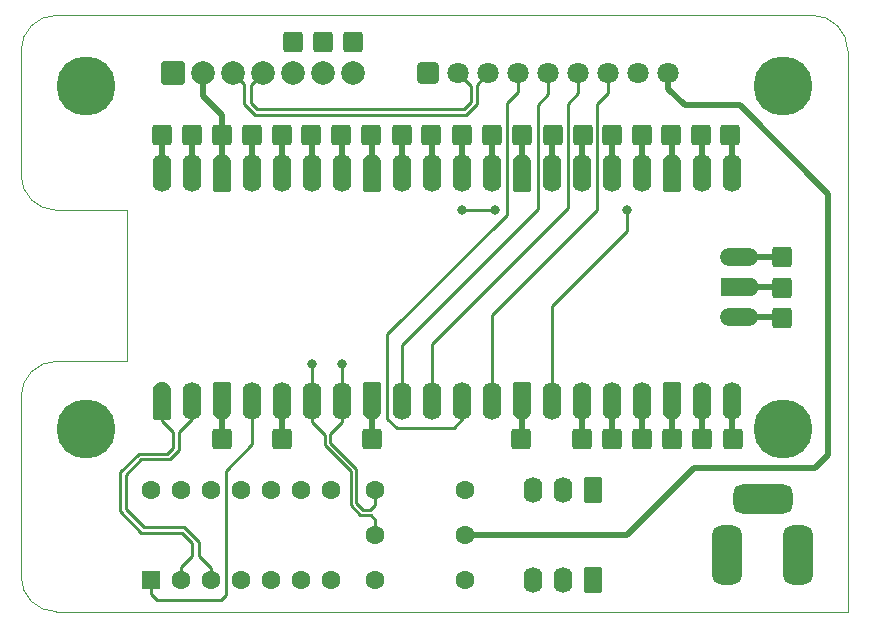
<source format=gbr>
%TF.GenerationSoftware,KiCad,Pcbnew,9.0.3-9.0.3-0~ubuntu24.04.1*%
%TF.CreationDate,2026-01-17T20:15:45+05:30*%
%TF.ProjectId,orbigator,6f726269-6761-4746-9f72-2e6b69636164,rev?*%
%TF.SameCoordinates,Original*%
%TF.FileFunction,Copper,L1,Top*%
%TF.FilePolarity,Positive*%
%FSLAX46Y46*%
G04 Gerber Fmt 4.6, Leading zero omitted, Abs format (unit mm)*
G04 Created by KiCad (PCBNEW 9.0.3-9.0.3-0~ubuntu24.04.1) date 2026-01-17 20:15:45*
%MOMM*%
%LPD*%
G01*
G04 APERTURE LIST*
G04 Aperture macros list*
%AMRoundRect*
0 Rectangle with rounded corners*
0 $1 Rounding radius*
0 $2 $3 $4 $5 $6 $7 $8 $9 X,Y pos of 4 corners*
0 Add a 4 corners polygon primitive as box body*
4,1,4,$2,$3,$4,$5,$6,$7,$8,$9,$2,$3,0*
0 Add four circle primitives for the rounded corners*
1,1,$1+$1,$2,$3*
1,1,$1+$1,$4,$5*
1,1,$1+$1,$6,$7*
1,1,$1+$1,$8,$9*
0 Add four rect primitives between the rounded corners*
20,1,$1+$1,$2,$3,$4,$5,0*
20,1,$1+$1,$4,$5,$6,$7,0*
20,1,$1+$1,$6,$7,$8,$9,0*
20,1,$1+$1,$8,$9,$2,$3,0*%
%AMFreePoly0*
4,1,37,0.800000,0.796148,0.878414,0.796148,1.032228,0.765552,1.177117,0.705537,1.307515,0.618408,1.418408,0.507515,1.505537,0.377117,1.565552,0.232228,1.596148,0.078414,1.596148,-0.078414,1.565552,-0.232228,1.505537,-0.377117,1.418408,-0.507515,1.307515,-0.618408,1.177117,-0.705537,1.032228,-0.765552,0.878414,-0.796148,0.800000,-0.796148,0.800000,-0.800000,-1.400000,-0.800000,
-1.403843,-0.796157,-1.439018,-0.796157,-1.511114,-0.766294,-1.566294,-0.711114,-1.596157,-0.639018,-1.596157,-0.603843,-1.600000,-0.600000,-1.600000,0.600000,-1.596157,0.603843,-1.596157,0.639018,-1.566294,0.711114,-1.511114,0.766294,-1.439018,0.796157,-1.403843,0.796157,-1.400000,0.800000,0.800000,0.800000,0.800000,0.796148,0.800000,0.796148,$1*%
%AMFreePoly1*
4,1,37,1.403843,0.796157,1.439018,0.796157,1.511114,0.766294,1.566294,0.711114,1.596157,0.639018,1.596157,0.603843,1.600000,0.600000,1.600000,-0.600000,1.596157,-0.603843,1.596157,-0.639018,1.566294,-0.711114,1.511114,-0.766294,1.439018,-0.796157,1.403843,-0.796157,1.400000,-0.800000,-0.800000,-0.800000,-0.800000,-0.796148,-0.878414,-0.796148,-1.032228,-0.765552,-1.177117,-0.705537,
-1.307515,-0.618408,-1.418408,-0.507515,-1.505537,-0.377117,-1.565552,-0.232228,-1.596148,-0.078414,-1.596148,0.078414,-1.565552,0.232228,-1.505537,0.377117,-1.418408,0.507515,-1.307515,0.618408,-1.177117,0.705537,-1.032228,0.765552,-0.878414,0.796148,-0.800000,0.796148,-0.800000,0.800000,1.400000,0.800000,1.403843,0.796157,1.403843,0.796157,$1*%
%AMFreePoly2*
4,1,37,1.600000,0.796148,1.678414,0.796148,1.832228,0.765552,1.977117,0.705537,2.107515,0.618408,2.218408,0.507515,2.305537,0.377117,2.365552,0.232228,2.396148,0.078414,2.396148,-0.078414,2.365552,-0.232228,2.305537,-0.377117,2.218408,-0.507515,2.107515,-0.618408,1.977117,-0.705537,1.832228,-0.765552,1.678414,-0.796148,1.600000,-0.796148,1.600000,-0.800000,-0.600000,-0.800000,
-0.603843,-0.796157,-0.639018,-0.796157,-0.711114,-0.766294,-0.766294,-0.711114,-0.796157,-0.639018,-0.796157,-0.603843,-0.800000,-0.600000,-0.800000,0.600000,-0.796157,0.603843,-0.796157,0.639018,-0.766294,0.711114,-0.711114,0.766294,-0.639018,0.796157,-0.603843,0.796157,-0.600000,0.800000,1.600000,0.800000,1.600000,0.796148,1.600000,0.796148,$1*%
G04 Aperture macros list end*
%TA.AperFunction,ComponentPad*%
%ADD10RoundRect,0.250000X-0.750000X0.750000X-0.750000X-0.750000X0.750000X-0.750000X0.750000X0.750000X0*%
%TD*%
%TA.AperFunction,ComponentPad*%
%ADD11C,2.000000*%
%TD*%
%TA.AperFunction,ComponentPad*%
%ADD12RoundRect,0.250000X-0.600000X-0.600000X0.600000X-0.600000X0.600000X0.600000X-0.600000X0.600000X0*%
%TD*%
%TA.AperFunction,ComponentPad*%
%ADD13RoundRect,0.250000X0.550000X-0.550000X0.550000X0.550000X-0.550000X0.550000X-0.550000X-0.550000X0*%
%TD*%
%TA.AperFunction,ComponentPad*%
%ADD14C,1.600000*%
%TD*%
%TA.AperFunction,ComponentPad*%
%ADD15RoundRect,0.250000X0.600000X0.600000X-0.600000X0.600000X-0.600000X-0.600000X0.600000X-0.600000X0*%
%TD*%
%TA.AperFunction,ComponentPad*%
%ADD16RoundRect,0.235294X0.564706X0.864706X-0.564706X0.864706X-0.564706X-0.864706X0.564706X-0.864706X0*%
%TD*%
%TA.AperFunction,ComponentPad*%
%ADD17O,1.600000X2.200000*%
%TD*%
%TA.AperFunction,ComponentPad*%
%ADD18RoundRect,0.750000X0.500000X1.750000X-0.500000X1.750000X-0.500000X-1.750000X0.500000X-1.750000X0*%
%TD*%
%TA.AperFunction,ComponentPad*%
%ADD19RoundRect,0.750000X1.750000X0.500000X-1.750000X0.500000X-1.750000X-0.500000X1.750000X-0.500000X0*%
%TD*%
%TA.AperFunction,SMDPad,CuDef*%
%ADD20FreePoly0,90.000000*%
%TD*%
%TA.AperFunction,SMDPad,CuDef*%
%ADD21RoundRect,0.800000X0.000010X-0.800000X0.000010X0.800000X-0.000010X0.800000X-0.000010X-0.800000X0*%
%TD*%
%TA.AperFunction,SMDPad,CuDef*%
%ADD22FreePoly1,90.000000*%
%TD*%
%TA.AperFunction,SMDPad,CuDef*%
%ADD23RoundRect,0.800000X0.800000X0.000010X-0.800000X0.000010X-0.800000X-0.000010X0.800000X-0.000010X0*%
%TD*%
%TA.AperFunction,SMDPad,CuDef*%
%ADD24FreePoly2,0.000000*%
%TD*%
%TA.AperFunction,ComponentPad*%
%ADD25C,5.000000*%
%TD*%
%TA.AperFunction,ComponentPad*%
%ADD26RoundRect,0.250000X0.650000X0.650000X-0.650000X0.650000X-0.650000X-0.650000X0.650000X-0.650000X0*%
%TD*%
%TA.AperFunction,ComponentPad*%
%ADD27C,1.800000*%
%TD*%
%TA.AperFunction,ViaPad*%
%ADD28C,0.800000*%
%TD*%
%TA.AperFunction,Conductor*%
%ADD29C,0.250000*%
%TD*%
%TA.AperFunction,Conductor*%
%ADD30C,0.500000*%
%TD*%
%TA.AperFunction,Profile*%
%ADD31C,0.050000*%
%TD*%
G04 APERTURE END LIST*
D10*
%TO.P,RTC1,1,Pin_1*%
%TO.N,/3V3*%
X77880000Y-84400000D03*
D11*
%TO.P,RTC1,2,Pin_2*%
%TO.N,/GND*%
X80420000Y-84400000D03*
%TO.P,RTC1,3,Pin_3*%
%TO.N,/SCL*%
X82960000Y-84400000D03*
%TO.P,RTC1,4,Pin_4*%
%TO.N,/SDA*%
X85500000Y-84400000D03*
%TO.P,RTC1,5,Pin_5*%
%TO.N,/INT*%
X88040000Y-84400000D03*
%TO.P,RTC1,6,Pin_6*%
%TO.N,/RST*%
X90580000Y-84400000D03*
%TO.P,RTC1,7,Pin_7*%
%TO.N,/32k*%
X93120000Y-84400000D03*
%TD*%
D12*
%TO.P,J5,1,Pin_1*%
%TO.N,Net-(J5-Pin_1)*%
X112555000Y-89600000D03*
%TD*%
D13*
%TO.P,U2,1*%
%TO.N,/DIR*%
X75990000Y-127315000D03*
D14*
%TO.P,U2,2*%
%TO.N,/UART_TX*%
X78530000Y-127315000D03*
%TO.P,U2,3*%
%TO.N,/MOT_DAT*%
X81069999Y-127315000D03*
%TO.P,U2,4*%
%TO.N,/GND*%
X83610000Y-127315000D03*
%TO.P,U2,5*%
X86150000Y-127315000D03*
%TO.P,U2,6*%
%TO.N,unconnected-(U2-Pad6)*%
X88690000Y-127315000D03*
%TO.P,U2,7,GND*%
%TO.N,/GND*%
X91230000Y-127315000D03*
%TO.P,U2,8*%
%TO.N,unconnected-(U2-Pad8)*%
X91230000Y-119695000D03*
%TO.P,U2,9*%
%TO.N,/GND*%
X88690000Y-119695000D03*
%TO.P,U2,10*%
X86150000Y-119695000D03*
%TO.P,U2,11*%
%TO.N,unconnected-(U2-Pad11)*%
X83610000Y-119695000D03*
%TO.P,U2,12*%
%TO.N,/GND*%
X81070000Y-119695000D03*
%TO.P,U2,13*%
X78530000Y-119695000D03*
%TO.P,U2,14,VCC*%
%TO.N,/3V3*%
X75990000Y-119695000D03*
%TD*%
D12*
%TO.P,J1,1,Pin_1*%
%TO.N,Net-(J1-Pin_1)*%
X125055000Y-89600000D03*
%TD*%
%TO.P,J10,1,Pin_1*%
%TO.N,Net-(J10-Pin_1)*%
X97255000Y-89600000D03*
%TD*%
%TO.P,J19,1,Pin_1*%
%TO.N,Net-(J19-Pin_1)*%
X112470000Y-115400000D03*
%TD*%
%TO.P,J6,1,Pin_1*%
%TO.N,Net-(J6-Pin_1)*%
X110055000Y-89600000D03*
%TD*%
D15*
%TO.P,J30,1,Pin_1*%
%TO.N,/32k*%
X93100000Y-81800000D03*
%TD*%
D12*
%TO.P,J34,1,Pin_1*%
%TO.N,/GND*%
X82020000Y-89600000D03*
%TD*%
%TO.P,J23,1,Pin_1*%
%TO.N,/3V3*%
X87070001Y-89600000D03*
%TD*%
%TO.P,J36,1,Pin_1*%
%TO.N,/GND*%
X120060000Y-89600000D03*
%TD*%
%TO.P,J25,1,Pin_1*%
%TO.N,/5V0*%
X76975001Y-89600000D03*
%TD*%
%TO.P,J31,1,Pin_1*%
%TO.N,/GND*%
X82020000Y-115340000D03*
%TD*%
%TO.P,J17,1,Pin_1*%
%TO.N,Net-(J17-Pin_1)*%
X117569999Y-115400000D03*
%TD*%
%TO.P,J11,1,Pin_1*%
%TO.N,Net-(J11-Pin_1)*%
X92055000Y-89600000D03*
%TD*%
%TO.P,J8,1,Pin_1*%
%TO.N,Net-(J8-Pin_1)*%
X89555000Y-89600000D03*
%TD*%
D14*
%TO.P,R3,1,+*%
%TO.N,/3V3*%
X102600000Y-123505000D03*
%TO.P,R3,2,-*%
%TO.N,/SDA*%
X94980000Y-123505000D03*
%TD*%
D16*
%TO.P,M1,1,Pin_1*%
%TO.N,/GND*%
X113390000Y-127315000D03*
D17*
%TO.P,M1,2,Pin_2*%
%TO.N,/5V0*%
X110890000Y-127315000D03*
%TO.P,M1,3,Pin_3*%
%TO.N,/MOT_DAT*%
X108390000Y-127315000D03*
%TD*%
D12*
%TO.P,J33,1,Pin_1*%
%TO.N,/GND*%
X94740000Y-115390000D03*
%TD*%
%TO.P,J3,1,Pin_1*%
%TO.N,Net-(J3-Pin_1)*%
X117569999Y-89600000D03*
%TD*%
%TO.P,J16,1,Pin_1*%
%TO.N,Net-(J16-Pin_1)*%
X122670000Y-115400000D03*
%TD*%
D18*
%TO.P,J27,1*%
%TO.N,/5V0*%
X124808000Y-125157500D03*
%TO.P,J27,2*%
%TO.N,/GND*%
X130808000Y-125157500D03*
D19*
%TO.P,J27,3*%
X127808000Y-120457500D03*
%TD*%
D14*
%TO.P,R2,1,+*%
%TO.N,/3V3*%
X102600000Y-119695000D03*
%TO.P,R2,2,-*%
%TO.N,/SCL*%
X94980000Y-119695000D03*
%TD*%
D12*
%TO.P,J15,1,Pin_1*%
%TO.N,Net-(J15-Pin_1)*%
X125270001Y-115400000D03*
%TD*%
%TO.P,J13,1,Pin_1*%
%TO.N,Net-(J13-Pin_1)*%
X84555000Y-89600000D03*
%TD*%
%TO.P,J32,1,Pin_1*%
%TO.N,/GND*%
X129470000Y-102560000D03*
%TD*%
D20*
%TO.P,U1,1,GPIO0*%
%TO.N,/UART_TX*%
X76970000Y-112190000D03*
D21*
%TO.P,U1,2,GPIO1*%
%TO.N,/MOT_DAT*%
X79510000Y-112190000D03*
D22*
%TO.P,U1,3,GND*%
%TO.N,/GND*%
X82050000Y-112190000D03*
D21*
%TO.P,U1,4,GPIO2*%
%TO.N,/DIR*%
X84590000Y-112190000D03*
%TO.P,U1,5,GPIO3*%
%TO.N,Net-(J20-Pin_1)*%
X87130000Y-112190000D03*
%TO.P,U1,6,GPIO4*%
%TO.N,/SDA*%
X89670000Y-112190000D03*
%TO.P,U1,7,GPIO5*%
%TO.N,/SCL*%
X92210000Y-112190000D03*
D22*
%TO.P,U1,8,GND*%
%TO.N,/GND*%
X94750000Y-112190000D03*
D21*
%TO.P,U1,9,GPIO6*%
%TO.N,/ENC_A*%
X97290000Y-112190000D03*
%TO.P,U1,10,GPIO7*%
%TO.N,/ENC_B*%
X99830000Y-112190000D03*
%TO.P,U1,11,GPIO8*%
%TO.N,/ENC_SW*%
X102370000Y-112190000D03*
%TO.P,U1,12,GPIO9*%
%TO.N,/BAK_BTN*%
X104910000Y-112190000D03*
D22*
%TO.P,U1,13,GND*%
%TO.N,/GND*%
X107450000Y-112190000D03*
D21*
%TO.P,U1,14,GPIO10*%
%TO.N,/CNF_BTN*%
X109990000Y-112190000D03*
%TO.P,U1,15,GPIO11*%
%TO.N,Net-(J19-Pin_1)*%
X112530000Y-112190000D03*
%TO.P,U1,16,GPIO12*%
%TO.N,Net-(J18-Pin_1)*%
X115070000Y-112190000D03*
%TO.P,U1,17,GPIO13*%
%TO.N,Net-(J17-Pin_1)*%
X117610000Y-112190000D03*
D22*
%TO.P,U1,18,GND*%
%TO.N,/GND*%
X120150000Y-112190000D03*
D21*
%TO.P,U1,19,GPIO14*%
%TO.N,Net-(J16-Pin_1)*%
X122690000Y-112190000D03*
%TO.P,U1,20,GPIO15*%
%TO.N,Net-(J15-Pin_1)*%
X125230000Y-112190000D03*
%TO.P,U1,21,GPIO16*%
%TO.N,Net-(J1-Pin_1)*%
X125230000Y-92810000D03*
%TO.P,U1,22,GPIO17*%
%TO.N,Net-(J2-Pin_1)*%
X122690000Y-92810000D03*
D20*
%TO.P,U1,23,GND*%
%TO.N,/GND*%
X120150000Y-92810000D03*
D21*
%TO.P,U1,24,GPIO18*%
%TO.N,Net-(J3-Pin_1)*%
X117610000Y-92810000D03*
%TO.P,U1,25,GPIO19*%
%TO.N,Net-(J4-Pin_1)*%
X115070000Y-92810000D03*
%TO.P,U1,26,GPIO20*%
%TO.N,Net-(J5-Pin_1)*%
X112530000Y-92810000D03*
%TO.P,U1,27,GPIO21*%
%TO.N,Net-(J6-Pin_1)*%
X109990000Y-92810000D03*
D20*
%TO.P,U1,28,GND*%
%TO.N,/GND*%
X107450000Y-92810000D03*
D21*
%TO.P,U1,29,GPIO22*%
%TO.N,Net-(J7-Pin_1)*%
X104910000Y-92810000D03*
%TO.P,U1,30,RUN*%
%TO.N,Net-(J14-Pin_1)*%
X102370000Y-92810000D03*
%TO.P,U1,31,GPIO26_ADC0*%
%TO.N,Net-(J9-Pin_1)*%
X99830000Y-92810000D03*
%TO.P,U1,32,GPIO27_ADC1*%
%TO.N,Net-(J10-Pin_1)*%
X97290000Y-92810000D03*
D20*
%TO.P,U1,33,AGND*%
%TO.N,/GND*%
X94750000Y-92810000D03*
D21*
%TO.P,U1,34,GPIO28_ADC2*%
%TO.N,Net-(J11-Pin_1)*%
X92210000Y-92810000D03*
%TO.P,U1,35,ADC_VREF*%
%TO.N,Net-(J8-Pin_1)*%
X89670000Y-92810000D03*
%TO.P,U1,36,3V3*%
%TO.N,/3V3*%
X87130000Y-92810000D03*
%TO.P,U1,37,3V3_EN*%
%TO.N,Net-(J13-Pin_1)*%
X84590000Y-92810000D03*
D20*
%TO.P,U1,38,GND*%
%TO.N,/GND*%
X82050000Y-92810000D03*
D21*
%TO.P,U1,39,VSYS*%
%TO.N,/5V_SYS*%
X79510000Y-92810000D03*
%TO.P,U1,40,VBUS*%
%TO.N,/5V0*%
X76970000Y-92810000D03*
D23*
%TO.P,U1,D1,SWCLK*%
%TO.N,Net-(J22-Pin_1)*%
X125800000Y-105040000D03*
D24*
%TO.P,U1,D2,GND*%
%TO.N,/GND*%
X125000000Y-102500000D03*
D23*
%TO.P,U1,D3,SWDIO*%
%TO.N,Net-(J21-Pin_1)*%
X125800000Y-99960000D03*
%TD*%
D15*
%TO.P,J28,1,Pin_1*%
%TO.N,/INT*%
X88030000Y-81800000D03*
%TD*%
D12*
%TO.P,J37,1,Pin_1*%
%TO.N,/GND*%
X107430000Y-89610000D03*
%TD*%
D14*
%TO.P,R1,1,+*%
%TO.N,/3V3*%
X102600000Y-127315000D03*
%TO.P,R1,2,-*%
%TO.N,/MOT_DAT*%
X94980000Y-127315000D03*
%TD*%
D12*
%TO.P,J20,1,Pin_1*%
%TO.N,Net-(J20-Pin_1)*%
X87070001Y-115400000D03*
%TD*%
D15*
%TO.P,J29,1,Pin_1*%
%TO.N,/RST*%
X90600000Y-81800000D03*
%TD*%
D12*
%TO.P,J12,1,Pin_1*%
%TO.N,/GND*%
X94655000Y-89600001D03*
%TD*%
%TO.P,J21,1,Pin_1*%
%TO.N,Net-(J21-Pin_1)*%
X129470000Y-100000000D03*
%TD*%
%TO.P,J35,1,Pin_1*%
%TO.N,/GND*%
X120130000Y-115410000D03*
%TD*%
%TO.P,J22,1,Pin_1*%
%TO.N,Net-(J22-Pin_1)*%
X129470000Y-105100000D03*
%TD*%
%TO.P,J14,1,Pin_1*%
%TO.N,Net-(J14-Pin_1)*%
X102370000Y-89600000D03*
%TD*%
%TO.P,J18,1,Pin_1*%
%TO.N,Net-(J18-Pin_1)*%
X115069999Y-115400000D03*
%TD*%
D16*
%TO.P,M2,1,Pin_1*%
%TO.N,/GND*%
X113390000Y-119695000D03*
D17*
%TO.P,M2,2,Pin_2*%
%TO.N,/5V0*%
X110890000Y-119695000D03*
%TO.P,M2,3,Pin_3*%
%TO.N,/MOT_DAT*%
X108390000Y-119695000D03*
%TD*%
D12*
%TO.P,J2,1,Pin_1*%
%TO.N,Net-(J2-Pin_1)*%
X122555000Y-89600000D03*
%TD*%
%TO.P,J7,1,Pin_1*%
%TO.N,Net-(J7-Pin_1)*%
X104855000Y-89600000D03*
%TD*%
%TO.P,J9,1,Pin_1*%
%TO.N,Net-(J9-Pin_1)*%
X99755000Y-89600000D03*
%TD*%
%TO.P,J24,1,Pin_1*%
%TO.N,/5V_SYS*%
X79470000Y-89600000D03*
%TD*%
%TO.P,J26,1,Pin_1*%
%TO.N,/GND*%
X107370000Y-115400000D03*
%TD*%
%TO.P,J4,1,Pin_1*%
%TO.N,Net-(J4-Pin_1)*%
X115055000Y-89600000D03*
%TD*%
D25*
%TO.P,DISP1,*%
%TO.N,*%
X129500000Y-114500000D03*
X129500000Y-85500000D03*
X70500000Y-114500000D03*
X70500000Y-85500000D03*
D26*
%TO.P,DISP1,1,CNF_BTN*%
%TO.N,/CNF_BTN*%
X99500000Y-84400000D03*
D27*
%TO.P,DISP1,2,SDA*%
%TO.N,/SDA*%
X102040000Y-84400000D03*
%TO.P,DISP1,3,SCL*%
%TO.N,/SCL*%
X104580000Y-84400000D03*
%TO.P,DISP1,4,ENC_SW*%
%TO.N,/ENC_SW*%
X107120000Y-84400000D03*
%TO.P,DISP1,5,ENC_A*%
%TO.N,/ENC_A*%
X109660000Y-84400000D03*
%TO.P,DISP1,6,ENC_B*%
%TO.N,/ENC_B*%
X112200000Y-84400000D03*
%TO.P,DISP1,7,BAK_BTN*%
%TO.N,/BAK_BTN*%
X114740000Y-84400000D03*
%TO.P,DISP1,8,GND*%
%TO.N,/GND*%
X117280000Y-84400000D03*
%TO.P,DISP1,9,VCC*%
%TO.N,/3V3*%
X119820000Y-84400000D03*
%TD*%
D28*
%TO.N,/CNF_BTN*%
X102300000Y-95990000D03*
X105100000Y-95990000D03*
X116330000Y-95990000D03*
%TO.N,/SDA*%
X89670000Y-109000000D03*
%TO.N,/SCL*%
X92210000Y-109000000D03*
%TD*%
D29*
%TO.N,/ENC_B*%
X99830000Y-112190000D02*
X99830000Y-107320000D01*
X111310000Y-86990000D02*
X112200000Y-86100000D01*
X112200000Y-86100000D02*
X112200000Y-84400000D01*
X111310000Y-95840000D02*
X111310000Y-86990000D01*
X99830000Y-107320000D02*
X111310000Y-95840000D01*
D30*
%TO.N,/3V3*%
X133350000Y-94590000D02*
X125890000Y-87130000D01*
X121980000Y-117850000D02*
X132240000Y-117850000D01*
X133350000Y-116740000D02*
X133350000Y-94590000D01*
X121230000Y-87130000D02*
X119820000Y-85720000D01*
X119820000Y-85720000D02*
X119820000Y-84400000D01*
X125890000Y-87130000D02*
X121230000Y-87130000D01*
X87130000Y-92810000D02*
X87130000Y-89600000D01*
X102600000Y-123505000D02*
X116325000Y-123505000D01*
X116325000Y-123505000D02*
X121980000Y-117850000D01*
X132240000Y-117850000D02*
X133350000Y-116740000D01*
D29*
%TO.N,/ENC_SW*%
X107120000Y-85980000D02*
X107120000Y-84400000D01*
X96800000Y-114425000D02*
X96030000Y-113655000D01*
X96030000Y-113655000D02*
X96030000Y-106520000D01*
X102370000Y-112190000D02*
X102370000Y-113705000D01*
X106150000Y-86950000D02*
X107120000Y-85980000D01*
X96030000Y-106520000D02*
X106150000Y-96400000D01*
X101650000Y-114425000D02*
X96800000Y-114425000D01*
X106150000Y-96400000D02*
X106150000Y-86950000D01*
X102370000Y-113705000D02*
X101650000Y-114425000D01*
%TO.N,/ENC_A*%
X108740000Y-95935000D02*
X108740000Y-87060000D01*
X97290000Y-107385000D02*
X108740000Y-95935000D01*
X108740000Y-87060000D02*
X109660000Y-86140000D01*
X109660000Y-86140000D02*
X109660000Y-84400000D01*
X97290000Y-112190000D02*
X97290000Y-107385000D01*
%TO.N,/BAK_BTN*%
X113810000Y-86990000D02*
X114740000Y-86060000D01*
X114740000Y-86060000D02*
X114740000Y-84400000D01*
X104910000Y-104890000D02*
X113810000Y-95990000D01*
X113810000Y-95990000D02*
X113810000Y-86990000D01*
X104910000Y-112190000D02*
X104910000Y-104890000D01*
D30*
%TO.N,/GND*%
X82020000Y-92780000D02*
X82050000Y-92810000D01*
X120150000Y-112190000D02*
X120150000Y-115400000D01*
X107450000Y-112190000D02*
X107450001Y-115400000D01*
X82020000Y-87920000D02*
X82020000Y-89600000D01*
X125000000Y-102500000D02*
X129470000Y-102500000D01*
X107440000Y-92800000D02*
X107450000Y-92810000D01*
X80420000Y-84400000D02*
X80420000Y-86320000D01*
X107440000Y-89600000D02*
X107440000Y-92800000D01*
X80420000Y-86320000D02*
X82020000Y-87920000D01*
X94750000Y-112190000D02*
X94750000Y-115400000D01*
X82050000Y-112190000D02*
X82050000Y-115400000D01*
X94750000Y-92810000D02*
X94749999Y-89600000D01*
X120150000Y-92810000D02*
X120150000Y-89600000D01*
X82020000Y-89600000D02*
X82020000Y-92780000D01*
D29*
%TO.N,/CNF_BTN*%
X109990000Y-104080000D02*
X109990000Y-112190000D01*
X102300000Y-95990000D02*
X105100000Y-95990000D01*
X116330000Y-95990000D02*
X116330000Y-97740000D01*
X116330000Y-97740000D02*
X109990000Y-104080000D01*
%TO.N,/SDA*%
X94600000Y-121820000D02*
X93720000Y-121820000D01*
X90700000Y-115900000D02*
X90700000Y-115000000D01*
X103100000Y-86860000D02*
X103100000Y-85460000D01*
X94980000Y-123505000D02*
X94980000Y-122200000D01*
X89670000Y-113970000D02*
X89670000Y-112190000D01*
X85500000Y-84400000D02*
X84500000Y-85400000D01*
X103100000Y-85460000D02*
X102040000Y-84400000D01*
X84500000Y-85400000D02*
X84500000Y-86963604D01*
X92900000Y-118100000D02*
X90700000Y-115900000D01*
X92900000Y-121000000D02*
X92900000Y-118100000D01*
X84986396Y-87450000D02*
X102510000Y-87450000D01*
X102510000Y-87450000D02*
X103100000Y-86860000D01*
X84500000Y-86963604D02*
X84986396Y-87450000D01*
X93720000Y-121820000D02*
X92900000Y-121000000D01*
X90700000Y-115000000D02*
X89670000Y-113970000D01*
X94980000Y-122200000D02*
X94600000Y-121820000D01*
X89670000Y-112190000D02*
X89670000Y-109000000D01*
%TO.N,/SCL*%
X93400000Y-120810000D02*
X93400000Y-117900000D01*
X103600000Y-87000000D02*
X103600000Y-85380000D01*
X84810000Y-87910000D02*
X102000000Y-87900000D01*
X92210000Y-112190000D02*
X92210000Y-109000000D01*
X94980000Y-119695000D02*
X94980000Y-120950000D01*
X82960000Y-84400000D02*
X83900000Y-85340000D01*
X94570000Y-121360000D02*
X93950000Y-121360000D01*
X103600000Y-85380000D02*
X104580000Y-84400000D01*
X91200000Y-114950000D02*
X92210000Y-113940000D01*
X83900000Y-87000000D02*
X84810000Y-87910000D01*
X83900000Y-85340000D02*
X83900000Y-87000000D01*
X102000000Y-87900000D02*
X102700000Y-87900000D01*
X93400000Y-117900000D02*
X91200000Y-115700000D01*
X92210000Y-113940000D02*
X92210000Y-112190000D01*
X94980000Y-120950000D02*
X94570000Y-121360000D01*
X93950000Y-121360000D02*
X93400000Y-120810000D01*
X102700000Y-87900000D02*
X103600000Y-87000000D01*
X91200000Y-115700000D02*
X91200000Y-114950000D01*
D30*
%TO.N,Net-(J1-Pin_1)*%
X125230000Y-92810000D02*
X125230000Y-89600000D01*
%TO.N,Net-(J2-Pin_1)*%
X122690000Y-92810000D02*
X122690000Y-89600000D01*
%TO.N,Net-(J3-Pin_1)*%
X117610000Y-92810000D02*
X117609999Y-89600000D01*
%TO.N,Net-(J4-Pin_1)*%
X115070000Y-92810000D02*
X115070000Y-89600000D01*
%TO.N,Net-(J5-Pin_1)*%
X112530000Y-92810000D02*
X112530000Y-89600000D01*
%TO.N,Net-(J6-Pin_1)*%
X109990000Y-92810000D02*
X109990000Y-89600000D01*
%TO.N,Net-(J7-Pin_1)*%
X104910000Y-92810000D02*
X104910000Y-89600000D01*
%TO.N,Net-(J8-Pin_1)*%
X89670000Y-92810000D02*
X89670000Y-89600000D01*
%TO.N,Net-(J9-Pin_1)*%
X99830000Y-92810000D02*
X99830000Y-89600000D01*
%TO.N,Net-(J10-Pin_1)*%
X97290000Y-92810000D02*
X97290000Y-89600000D01*
%TO.N,Net-(J11-Pin_1)*%
X92210000Y-92810000D02*
X92210000Y-89600000D01*
%TO.N,Net-(J13-Pin_1)*%
X84590000Y-92810000D02*
X84590001Y-89600000D01*
%TO.N,Net-(J14-Pin_1)*%
X102370000Y-92810000D02*
X102370000Y-89600000D01*
%TO.N,Net-(J15-Pin_1)*%
X125230000Y-112190000D02*
X125230000Y-115400000D01*
%TO.N,Net-(J16-Pin_1)*%
X122690000Y-112190000D02*
X122690000Y-115400000D01*
%TO.N,Net-(J17-Pin_1)*%
X117610000Y-112190000D02*
X117609999Y-115400000D01*
%TO.N,Net-(J18-Pin_1)*%
X115070000Y-112190000D02*
X115070000Y-115400000D01*
%TO.N,Net-(J19-Pin_1)*%
X112530000Y-112190000D02*
X112530000Y-115400000D01*
%TO.N,Net-(J20-Pin_1)*%
X87130000Y-112190000D02*
X87130000Y-115370000D01*
%TO.N,Net-(J21-Pin_1)*%
X125000000Y-99960000D02*
X129470000Y-99960000D01*
%TO.N,Net-(J22-Pin_1)*%
X125000000Y-105040000D02*
X129470000Y-105040000D01*
%TO.N,/5V_SYS*%
X79510000Y-92810000D02*
X79510000Y-89600000D01*
%TO.N,/5V0*%
X76970000Y-92810000D02*
X76970000Y-89600000D01*
D29*
%TO.N,/MOT_DAT*%
X77600000Y-117100000D02*
X78400000Y-116300000D01*
X75400000Y-122800000D02*
X73900000Y-121300000D01*
X73900000Y-118400000D02*
X75200000Y-117100000D01*
X79510000Y-113690000D02*
X79510000Y-112190000D01*
X81069999Y-126269999D02*
X80100000Y-125300000D01*
X75200000Y-117100000D02*
X77600000Y-117100000D01*
X80100000Y-124100000D02*
X78800000Y-122800000D01*
X73900000Y-121300000D02*
X73900000Y-118400000D01*
X78800000Y-122800000D02*
X75400000Y-122800000D01*
X78400000Y-114800000D02*
X79510000Y-113690000D01*
X78400000Y-116300000D02*
X78400000Y-114800000D01*
X80100000Y-125300000D02*
X80100000Y-124100000D01*
X81069999Y-127315000D02*
X81069999Y-126269999D01*
%TO.N,/DIR*%
X81900000Y-129000000D02*
X82340000Y-128560000D01*
X84590000Y-115810000D02*
X84590000Y-112190000D01*
X82340000Y-118060000D02*
X84590000Y-115810000D01*
X75990000Y-127315000D02*
X75990000Y-128490000D01*
X82340000Y-128560000D02*
X82340000Y-118060000D01*
X76500000Y-129000000D02*
X81900000Y-129000000D01*
X75990000Y-128490000D02*
X76500000Y-129000000D01*
%TO.N,/UART_TX*%
X78530000Y-127315000D02*
X78530000Y-126220000D01*
X73400000Y-118200000D02*
X75000000Y-116600000D01*
X73400000Y-121500000D02*
X73400000Y-118200000D01*
X75200000Y-123300000D02*
X73400000Y-121500000D01*
X77900000Y-116100000D02*
X77900000Y-114800000D01*
X75000000Y-116600000D02*
X77400000Y-116600000D01*
X79500000Y-125250000D02*
X79500000Y-124200000D01*
X76970000Y-113870000D02*
X76970000Y-112190000D01*
X79500000Y-124200000D02*
X78600000Y-123300000D01*
X77900000Y-114800000D02*
X76970000Y-113870000D01*
X77400000Y-116600000D02*
X77900000Y-116100000D01*
X78600000Y-123300000D02*
X75200000Y-123300000D01*
X78530000Y-126220000D02*
X79500000Y-125250000D01*
%TD*%
D31*
X74000000Y-96000000D02*
X74000000Y-108800000D01*
X65000000Y-111800000D02*
G75*
G02*
X68000000Y-108800000I3000000J0D01*
G01*
X68000000Y-130000000D02*
G75*
G02*
X65000000Y-127000000I0J3000000D01*
G01*
X65000000Y-111800000D02*
X65000000Y-127000000D01*
X65000000Y-82500000D02*
X65000000Y-93000000D01*
X132000000Y-79500000D02*
G75*
G02*
X135000000Y-82500000I0J-3000000D01*
G01*
X68000000Y-96000000D02*
X74000000Y-96000000D01*
X68000000Y-96000000D02*
G75*
G02*
X65000000Y-93000000I0J3000000D01*
G01*
X132000000Y-79500000D02*
X68000000Y-79500000D01*
X135000000Y-82500000D02*
X135000000Y-130000000D01*
X135000000Y-130000000D02*
X68000000Y-130000000D01*
X74000000Y-108800000D02*
X68000000Y-108800000D01*
X65000000Y-82500000D02*
G75*
G02*
X68000000Y-79500000I3000000J0D01*
G01*
M02*

</source>
